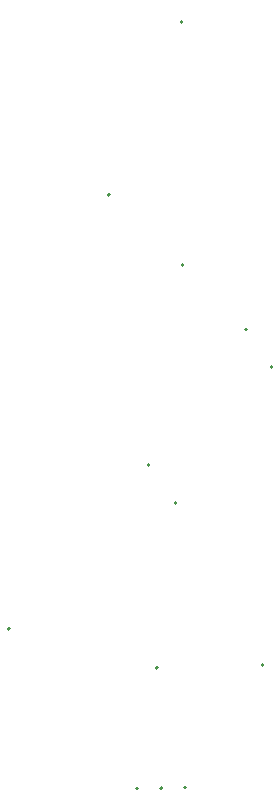
<source format=gbr>
%TF.GenerationSoftware,KiCad,Pcbnew,9.0.0*%
%TF.CreationDate,2026-01-11T16:58:41-05:00*%
%TF.ProjectId,Tiny4FSK,54696e79-3446-4534-9b2e-6b696361645f,rev?*%
%TF.SameCoordinates,Original*%
%TF.FileFunction,Other,User*%
%FSLAX46Y46*%
G04 Gerber Fmt 4.6, Leading zero omitted, Abs format (unit mm)*
G04 Created by KiCad (PCBNEW 9.0.0) date 2026-01-11 16:58:41*
%MOMM*%
%LPD*%
G01*
G04 APERTURE LIST*
%ADD10C,0.200000*%
G04 APERTURE END LIST*
D10*
X144789443Y-76600000D02*
G75*
G02*
X144610557Y-76600000I-89443J0D01*
G01*
X144610557Y-76600000D02*
G75*
G02*
X144789443Y-76600000I89443J0D01*
G01*
X147065806Y-79811007D02*
G75*
G02*
X146886920Y-79811007I-89443J0D01*
G01*
X146886920Y-79811007D02*
G75*
G02*
X147065806Y-79811007I89443J0D01*
G01*
X145489443Y-93800000D02*
G75*
G02*
X145310557Y-93800000I-89443J0D01*
G01*
X145310557Y-93800000D02*
G75*
G02*
X145489443Y-93800000I89443J0D01*
G01*
X153059443Y-65160000D02*
G75*
G02*
X152880557Y-65160000I-89443J0D01*
G01*
X152880557Y-65160000D02*
G75*
G02*
X153059443Y-65160000I89443J0D01*
G01*
X143799443Y-104010000D02*
G75*
G02*
X143620557Y-104010000I-89443J0D01*
G01*
X143620557Y-104010000D02*
G75*
G02*
X143799443Y-104010000I89443J0D01*
G01*
X154429443Y-93550000D02*
G75*
G02*
X154250557Y-93550000I-89443J0D01*
G01*
X154250557Y-93550000D02*
G75*
G02*
X154429443Y-93550000I89443J0D01*
G01*
X147589443Y-39100000D02*
G75*
G02*
X147410557Y-39100000I-89443J0D01*
G01*
X147410557Y-39100000D02*
G75*
G02*
X147589443Y-39100000I89443J0D01*
G01*
X145849443Y-103980000D02*
G75*
G02*
X145670557Y-103980000I-89443J0D01*
G01*
X145670557Y-103980000D02*
G75*
G02*
X145849443Y-103980000I89443J0D01*
G01*
X147859443Y-103910000D02*
G75*
G02*
X147680557Y-103910000I-89443J0D01*
G01*
X147680557Y-103910000D02*
G75*
G02*
X147859443Y-103910000I89443J0D01*
G01*
X147669443Y-59710000D02*
G75*
G02*
X147490557Y-59710000I-89443J0D01*
G01*
X147490557Y-59710000D02*
G75*
G02*
X147669443Y-59710000I89443J0D01*
G01*
X132959443Y-90500000D02*
G75*
G02*
X132780557Y-90500000I-89443J0D01*
G01*
X132780557Y-90500000D02*
G75*
G02*
X132959443Y-90500000I89443J0D01*
G01*
X141429443Y-53760000D02*
G75*
G02*
X141250557Y-53760000I-89443J0D01*
G01*
X141250557Y-53760000D02*
G75*
G02*
X141429443Y-53760000I89443J0D01*
G01*
X155179443Y-68300000D02*
G75*
G02*
X155000557Y-68300000I-89443J0D01*
G01*
X155000557Y-68300000D02*
G75*
G02*
X155179443Y-68300000I89443J0D01*
G01*
M02*

</source>
